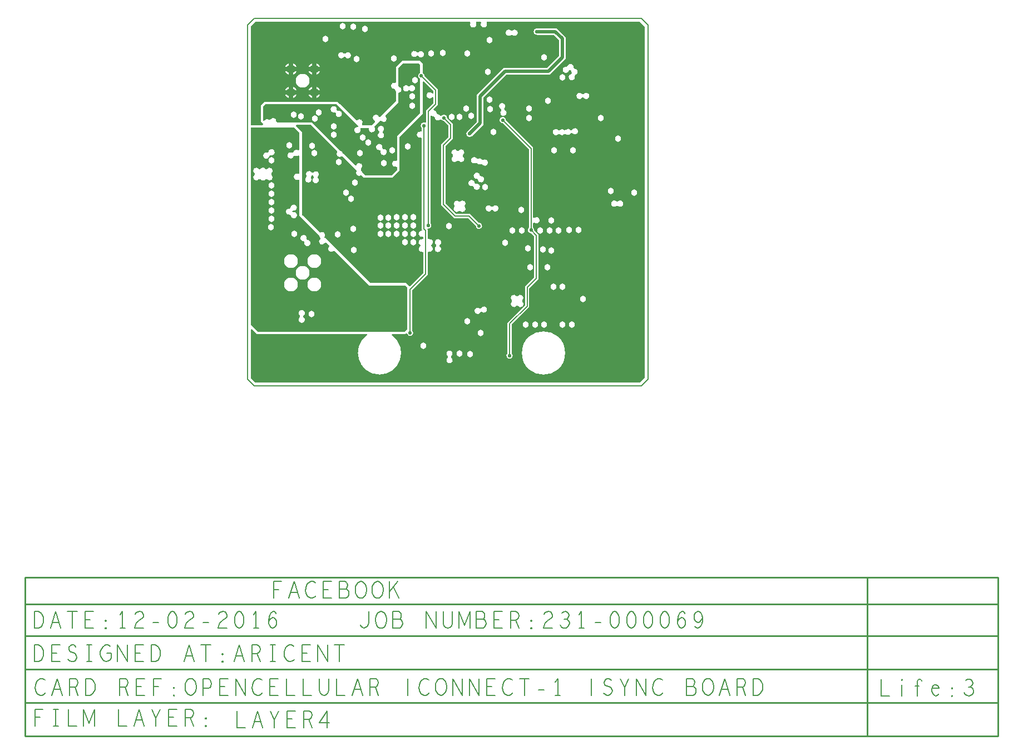
<source format=gbr>
G04 ================== begin FILE IDENTIFICATION RECORD ==================*
G04 Layout Name:  Fb_Connect1_SYNC_Life-3.brd*
G04 Film Name:    L4S.gbr*
G04 File Format:  Gerber RS274X*
G04 File Origin:  Cadence Allegro 16.6-2015-S065*
G04 Origin Date:  Fri Dec 02 18:28:17 2016*
G04 *
G04 Layer:  VIA CLASS/SIG2*
G04 Layer:  PIN/SIG2*
G04 Layer:  ETCH/SIG2*
G04 Layer:  DRAWING FORMAT/L4*
G04 Layer:  DRAWING FORMAT/FILM_LABEL_OUTLINE*
G04 Layer:  BOARD GEOMETRY/OUTLINE*
G04 *
G04 Offset:    (0.000 0.000)*
G04 Mirror:    No*
G04 Mode:      Positive*
G04 Rotation:  0*
G04 FullContactRelief:  No*
G04 UndefLineWidth:     6.000*
G04 ================== end FILE IDENTIFICATION RECORD ====================*
%FSLAX25Y25*MOIN*%
%IR0*IPPOS*OFA0.00000B0.00000*MIA0B0*SFA1.00000B1.00000*%
%ADD12C,.314961*%
%ADD10C,.022*%
%ADD11C,.053*%
%ADD13C,.0056*%
%ADD14C,.01*%
%ADD15C,.02*%
%ADD16C,.025*%
%ADD17C,.006*%
%ADD21C,.258666*%
%ADD18C,.073004*%
%ADD20C,.038004*%
%ADD19C,.083004*%
G75*
%LPD*%
G75*
G36*
G01X4829Y2000D02*
X2000Y4829D01*
Y33612D01*
G02X2683Y33895I400J0D01*
G01X5579Y31000D01*
X71499D01*
G02X71730Y30274I0J-400D01*
G03X86706I7488J-10545D01*
G02X86937Y31000I232J326D01*
G01X94621D01*
X95078Y31456D01*
G02X95750Y31265I283J-283D01*
G03X98880Y33104I1850J435D01*
G01Y57270D01*
X108180Y66570D01*
Y79915D01*
G02X108705Y80295I400J0D01*
G03X110279Y83729I595J1805D01*
G02X110296Y84424I206J343D01*
G03X108723Y87875I-896J1676D01*
G02X108180Y88249I-143J374D01*
G01Y93530D01*
X107758Y93952D01*
X107973Y94168D01*
X108077Y94149D01*
G03X109699Y97423I342J1869D01*
G01Y161449D01*
G02X110377Y161736I400J0D01*
G03X111867Y161207I1323J1364D01*
G02X112302Y160790I35J-398D01*
G03X115622Y159439I1898J-90D01*
G02X116248Y159404I299J-265D01*
G03X117806Y158600I1552J1096D01*
G01X117889Y158600D01*
X120620Y155870D01*
Y149030D01*
X116120Y144530D01*
Y108270D01*
X123870Y100520D01*
X132319D01*
X136931Y95908D01*
X136930Y95825D01*
G03X138824Y97719I1900J-6D01*
G01X138741Y97718D01*
X133380Y103080D01*
X124930D01*
X118680Y109330D01*
Y143470D01*
X123180Y147970D01*
Y156930D01*
X119700Y160411D01*
X119700Y160494D01*
G03X116378Y161761I-1900J6D01*
G02X115752Y161796I-299J265D01*
G03X114033Y162593I-1552J-1096D01*
G02X113598Y163010I-35J398D01*
G03X111762Y164999I-1898J90D01*
G02X111492Y165682I13J400D01*
G01X114080Y168270D01*
Y177630D01*
X106200Y185511D01*
X106200Y185594D01*
G03X105100Y187324I-1900J6D01*
G01Y193121D01*
X103521Y194700D01*
X92739D01*
X89060Y191021D01*
Y181771D01*
G02X88528Y181394I-400J0D01*
G03X88148Y177716I-628J-1794D01*
G02X88600Y177316I52J-397D01*
G03X89060Y176060I1900J-16D01*
G01Y170381D01*
X79601Y160923D01*
G02X78940Y161075I-283J283D01*
G03X76525Y158660I-1797J-619D01*
G02X76677Y157999I-130J-378D01*
G01X74679Y156000D01*
X69025D01*
G02X68708Y156644I0J400D01*
G03X65771Y159053I-1508J1156D01*
G02X65188Y159034I-301J264D01*
G01X54021Y170200D01*
X10179D01*
X8000Y168021D01*
Y158279D01*
X9495Y156783D01*
G02X9212Y156100I-283J-283D01*
G01X2000D01*
Y215171D01*
X4829Y218000D01*
X133402D01*
G02X133744Y217391I0J-400D01*
G03X136986I1621J-991D01*
G02X137328Y218000I341J209D01*
G01X139783D01*
G02X140125Y217391I0J-400D01*
G03X143367I1621J-991D01*
G02X143709Y218000I341J209D01*
G01X235171D01*
X238000Y215171D01*
Y4829D01*
X235171Y2000D01*
X4829D01*
G37*
G36*
G01X31250Y127246D02*
G02X30667Y126891I-400J0D01*
G03Y123509I-867J-1691D01*
G02X31250Y123154I183J-356D01*
G01Y101900D01*
X42867Y90283D01*
X42871Y90206D01*
G03X43766Y88686I1898J94D01*
G02X43771Y88010I-211J-340D01*
G03X46585Y85761I1029J-1598D01*
G02X47244Y85906I376J-137D01*
G01X49036Y84114D01*
G02X49017Y83530I-283J-283D01*
G03X51698Y80848I1251J-1430D01*
G02X52282Y80868I301J-263D01*
G01X73050Y60100D01*
X94700D01*
X95700Y59100D01*
Y34200D01*
X94000Y32500D01*
X6200D01*
X2100Y36600D01*
Y154600D01*
X28000D01*
X31250Y151350D01*
Y141362D01*
G02X30615Y141038I-400J0D01*
G03X27634Y139860I-1115J-1539D01*
G02X27026Y139600I-393J76D01*
G03X27866Y137640I-1026J-1600D01*
G02X28474Y137900I393J-76D01*
G03X30615Y137962I1026J1600D01*
G02X31250Y137638I235J-324D01*
G01Y127246D01*
G37*
G36*
G01X70530Y126070D02*
X69002Y127598D01*
X68999Y127676D01*
G03X68039Y129252I-1899J-76D01*
G02Y129948I198J348D01*
G03X65282Y132151I-939J1652D01*
G02X64616Y131984I-383J116D01*
G01X57261Y139339D01*
X57248Y139394D01*
G03X55844Y140798I-1848J-444D01*
G01X55789Y140811D01*
X38800Y157800D01*
X17781D01*
G02X17384Y158252I0J400D01*
G03X13823Y159394I-1884J248D01*
G02X13192Y159295I-353J188D01*
G03X10225Y158886I-1323J-1364D01*
G02X9596Y158804I-346J201D01*
G01X9500Y158900D01*
Y167400D01*
X10800Y168700D01*
X53400D01*
X66421Y155679D01*
G02X66114Y154997I-283J-283D01*
G03X67711Y153926I-114J-1897D01*
G02X68071Y154500I360J174D01*
G01X72435D01*
G02X72829Y154030I0J-400D01*
G03X76081Y155006I1871J-330D01*
G02X76084Y155284I145J137D01*
G01X79546Y158746D01*
G02X80154Y158695I283J-283D01*
G03X82805Y161346I1546J1105D01*
G02X82754Y161954I233J325D01*
G01X90560Y169760D01*
Y175393D01*
X90735Y175414D01*
G03Y179186I-235J1886D01*
G01X90560Y179207D01*
Y190400D01*
X93360Y193200D01*
X102900D01*
X103600Y192500D01*
Y187367D01*
G03Y183833I700J-1767D01*
G01Y163480D01*
X89800Y149680D01*
Y135117D01*
G02X89244Y134749I-400J0D01*
G03Y131251I-743J-1749D01*
G02X89800Y130883I157J-368D01*
G01Y129500D01*
X86370Y126070D01*
X70530D01*
G37*
G36*
G01X97200Y59694D02*
Y59721D01*
X95321Y61600D01*
X73671D01*
X46215Y89056D01*
X46314Y89194D01*
G03X43530Y91741I-1545J1106D01*
G01X32750Y102521D01*
Y151971D01*
X29105Y155617D01*
G02X29388Y156300I283J283D01*
G01X38179D01*
X54115Y140363D01*
X53988Y140222D01*
G03X56672Y137538I1412J-1272D01*
G01X56813Y137665D01*
X65645Y128834D01*
X65548Y128696D01*
G03X68196Y126048I1552J-1096D01*
G01X68334Y126145D01*
X69909Y124570D01*
X86991D01*
X91300Y128879D01*
Y149059D01*
X105100Y162859D01*
Y182024D01*
G02X105783Y182307I400J0D01*
G01X111520Y176570D01*
Y175407D01*
G02X110803Y175162I-400J0D01*
G03Y172838I-1503J-1162D01*
G02X111520Y172593I316J-245D01*
G01Y169330D01*
X107138Y164949D01*
Y157920D01*
G02X106575Y157555I-400J0D01*
G03X104520Y154416I-775J-1735D01*
G01Y152641D01*
G02X103991Y152262I-400J0D01*
G03Y148662I-609J-1800D01*
G02X104520Y148284I128J-379D01*
G01Y93570D01*
X104904Y93185D01*
X104699Y92979D01*
X104608Y92986D01*
G03X105091Y89292I-131J-1896D01*
G02X105620Y88913I129J-379D01*
G01Y88267D01*
G02X105091Y87888I-400J0D01*
G03X103659Y84374I-614J-1798D01*
G02X103681Y83663I-172J-361D01*
G03X105112Y80170I919J-1663D01*
G02X105620Y79785I108J-385D01*
G01Y67630D01*
X97542Y59552D01*
G02X97200Y59694I-141J141D01*
G37*
%LPC*%
G75*
G36*
G01X141520Y172562D02*
Y156392D01*
X134614Y149486D01*
G02X131786Y152314I-1414J1414D01*
G01X137520Y158048D01*
Y174218D01*
X153722Y190420D01*
X179522D01*
X186780Y197678D01*
Y207072D01*
X183732Y210120D01*
X173531D01*
G02Y214120I0J2000D01*
G01X185388D01*
X190780Y208728D01*
Y196022D01*
X181179Y186420D01*
X155379D01*
X141520Y172562D01*
G37*
G36*
G01X158754Y210167D02*
G03X158146I-304J-260D01*
G02Y212633I-1446J1233D01*
G03X158754I304J260D01*
G02Y210167I1446J-1233D01*
G37*
G36*
G01X196494Y186141D02*
G03X196211Y185590I83J-391D01*
G02X194074Y186690I-1742J-759D01*
G03X194358Y187241I-83J391D01*
G02X194267Y188501I1742J759D01*
G03X193850Y189006I-386J106D01*
G02X193236Y189057I-150J1894D01*
G03X192749Y188762I-98J-388D01*
G02X191364Y191043I-1849J438D01*
G03X191851Y191338I98J388D01*
G02X195533Y190399I1849J-438D01*
G03X195950Y189894I386J-106D01*
G02X196494Y186141I150J-1894D01*
G37*
G36*
G01X140705Y135417D02*
G03X141261Y135295I338J214D01*
G02X140688Y132683I1033J-1595D01*
G03X140133Y132805I-338J-214D01*
G02X137505Y133367I-1033J1595D01*
G03X136958Y133489I-336J-217D01*
G02X137545Y136133I-1007J1611D01*
G03X138093Y136011I336J217D01*
G02X140705Y135417I1007J-1611D01*
G37*
G36*
G01X139419Y125959D02*
G03X139849Y125594I399J34D01*
G02X138106Y123541I151J-1894D01*
G03X137676Y123906I-399J-34D01*
G02X139419Y125959I-151J1894D01*
G37*
G36*
G01X221966Y107867D02*
G03X221358I-304J-260D01*
G02Y110333I-1446J1233D01*
G03X221966I304J260D01*
G02Y107867I1446J-1233D01*
G37*
G36*
G01X127496Y104720D02*
G03X126904I-296J-269D01*
G02X124102Y107287I-1404J1280D01*
G03X124120Y107809I-294J271D01*
G02X126923Y110364I1480J1191D01*
G03X127497Y110381I278J287D01*
G02X130304Y107820I1403J-1281D01*
G03Y107280I296J-269D01*
G02X127496Y104720I-1404J-1280D01*
G37*
G36*
G01X140453Y44322D02*
G03X139806Y44191I-279J-287D01*
G02X139380Y46290I-1751J738D01*
G03X140028Y46422I279J287D01*
G02X140453Y44322I1751J-738D01*
G37*
G36*
G01X102457Y199565D02*
G02X102357Y197600I1574J-1065D01*
G03X101674Y197635I-352J-189D01*
G02X101774Y199600I-1574J1065D01*
G03X102457Y199565I352J189D01*
G37*
G36*
G01X58671Y198879D02*
G02X58624Y197004I1629J-979D01*
G03X57929Y197021I-353J-189D01*
G02X57976Y198896I-1629J979D01*
G03X58671Y198879I353J189D01*
G37*
G36*
G01X200752Y172661D02*
G02Y174539I-1652J939D01*
G03X201448I348J198D01*
G02Y172661I1652J-939D01*
G03X200752I-348J-198D01*
G37*
G36*
G01X154082Y165309D02*
G02X152289Y164964I-582J-1809D01*
G03X152156Y165653I-255J308D01*
G02X153949Y165998I582J1809D01*
G03X154082Y165309I255J-308D01*
G37*
G36*
G01X186428Y150771D02*
G02Y153029I-1528J1129D01*
G03X187072I322J238D01*
G02X190022Y153161I1528J-1129D01*
G03X190648Y153196I299J265D01*
G02X193831Y153074I1552J-1096D01*
G03X194544Y153127I343J205D01*
G02X194669Y151426I1756J-727D01*
G03X193956Y151373I-343J-205D01*
G02X190778Y150839I-1756J727D01*
G03X190152Y150804I-299J-265D01*
G02X187072Y150771I-1552J1096D01*
G03X186428I-322J-238D01*
G37*
G36*
G01X125852Y134861D02*
G02X123261Y137452I-1652J939D01*
G03Y138148I-198J348D01*
G02X125852Y140739I939J1652D01*
G03X126548I348J198D01*
G02X129139Y138148I1652J-939D01*
G03Y137452I198J-348D01*
G02X126548Y134861I-939J-1652D01*
G03X125852I-348J-198D01*
G37*
G36*
G01X136823Y120966D02*
G02X135626Y119252I702J-1766D01*
G03X135078Y119634I-400J11D01*
G02X136275Y121348I-702J1766D01*
G03X136823Y120966I400J-11D01*
G37*
G36*
G01X146321Y105361D02*
G02Y107239I-1652J939D01*
G03X147016I348J198D01*
G02Y105361I1652J-939D01*
G03X146321I-348J-198D01*
G37*
G36*
G01X115179Y83629D02*
G02X113304Y83676I-979J-1629D01*
G03X113321Y84371I-189J353D01*
G02X115196Y84324I979J1629D01*
G03X115179Y83629I189J-353D01*
G37*
G36*
G01X161379Y47992D02*
G02X158612Y50507I-1611J1008D01*
G03X158600Y51151I-244J317D01*
G02X161311Y53708I1100J1549D01*
G03X161989I339J212D01*
G02X164757Y51193I1611J-1008D01*
G03X164769Y50549I244J-317D01*
G02X162058Y47992I-1100J-1549D01*
G03X161379I-339J-212D01*
G37*
G36*
G01X158438Y19494D02*
G02X155878I-1280J-1404D01*
G01Y37789D01*
X166420Y48330D01*
Y59430D01*
X171920Y64930D01*
Y89600D01*
X170120Y91400D01*
X170037Y91400D01*
G02X168751Y94704I-6J1900D01*
G01Y141639D01*
X153189Y157200D01*
X153106Y157200D01*
G02X155000Y159094I-6J1900D01*
G01X155000Y159011D01*
X171311Y142700D01*
Y100787D01*
G03X171987Y100498I400J0D01*
G02Y97750I1313J-1374D01*
G03X171311Y97461I-276J-289D01*
G01Y94704D01*
G02X171931Y93294I-1280J-1404D01*
G01X171931Y93211D01*
X174480Y90661D01*
Y63870D01*
X168980Y58370D01*
Y47270D01*
X158438Y36728D01*
Y19494D01*
G37*
G36*
G01X122163Y17014D02*
G02X120190I-987J-1624D01*
G03Y17697I-208J342D01*
G02X122163I987J1624D01*
G03Y17014I208J-342D01*
G37*
G36*
G01X33539Y41252D02*
G02X31661I-939J-1652D01*
G03Y41948I-198J348D01*
G02X33539I939J1652D01*
G03Y41252I198J-348D01*
G37*
G36*
G01X7052Y123861D02*
G02X4461Y126452I-1652J939D01*
G03Y127148I-198J348D01*
G02X7052Y129739I939J1652D01*
G03X7748I348J198D01*
G02X11052I1652J-939D01*
G03X11748I348J198D01*
G02X14339Y127148I1652J-939D01*
G03Y126452I198J-348D01*
G02X11748Y123861I-939J-1652D01*
G03X11052I-348J-198D01*
G02X7748I-1652J939D01*
G03X7052I-348J-198D01*
G37*
G36*
G01X35587Y87948D02*
G03X35975Y87432I383J-116D01*
G02X34182Y86084I25J-1900D01*
G03X33794Y86600I-383J116D01*
G02X35587Y87948I-25J1900D01*
G37*
G36*
G01X26001Y102125D02*
G03X25480Y102490I-400J-16D01*
G02X25401Y106133I-580J1810D01*
G03X25906Y106550I106J386D01*
G02X27299Y104867I1894J150D01*
G03X26794Y104450I-106J-386D01*
G02X26799Y104375I-1894J-149D01*
G03X27320Y104010I400J16D01*
G02X26001Y102125I580J-1810D01*
G37*
G36*
G01X13818Y138141D02*
G03X13267Y137788I-151J-370D01*
G02X12088Y139627I-1898J81D01*
G03X12638Y139981I151J370D01*
G02X13818Y138141I1898J-81D01*
G37*
G36*
G01X97290Y176927D02*
G03X96681Y176909I-297J-268D01*
G02X96610Y179373I-1481J1191D01*
G03X97219Y179391I297J268D01*
G02X97290Y176927I1481J-1191D01*
G37*
G36*
G01X81219Y152310D02*
G03X81224Y151658I234J-324D01*
G02X79023Y151640I-1088J-1558D01*
G03X79017Y152292I-234J324D01*
G02X81219Y152310I1088J1558D01*
G37*
G36*
G01X54129Y164630D02*
G02X52996Y163381I696J-1768D01*
G03X52465Y163862I-385J109D01*
G02X53598Y165111I-696J1768D01*
G03X54129Y164630I385J-109D01*
G37*
G36*
G01X81324Y141863D02*
G02X79902Y140616I376J-1863D01*
G03X79445Y141137I-378J130D01*
G02X80866Y142384I-376J1863D01*
G03X81324Y141863I378J-130D01*
G37*
G36*
G01X42273Y124610D02*
G02X39809Y124681I-1273J-1410D01*
G03X39827Y125290I-251J312D01*
G02X39386Y125881I1273J1410D01*
G03X38673Y125898I-361J-172D01*
G02X38180Y125310I-1673J902D01*
G03X38110Y124754I248J-314D01*
G02X35420Y125090I-1510J-1154D01*
G03X35490Y125646I-248J314D01*
G02X38714Y127619I1510J1154D01*
G03X39428Y127602I361J172D01*
G02X42291Y125219I1673J-902D01*
G03X42273Y124610I251J-312D01*
G37*
G54D21*
X177643Y19728D03*
G54D18*
X26061Y175850D03*
Y189865D03*
X40076Y175850D03*
Y189865D03*
G54D20*
X46800Y207800D03*
X57224Y215224D03*
X65600Y195600D03*
X70500Y213600D03*
X63550Y215000D03*
X87900Y195900D03*
X105434Y23965D03*
X120831Y95818D03*
X122600Y161200D03*
X117100Y199400D03*
X110300Y198900D03*
X127177Y19321D03*
X139911Y31624D03*
X133377Y18990D03*
X131777Y38790D03*
X142400Y119200D03*
X127200Y161200D03*
X131100Y166000D03*
X134000Y161800D03*
X131950Y198900D03*
X158931Y93000D03*
X154532Y85732D03*
X145481Y165600D03*
X147631Y151931D03*
X145000Y171300D03*
X144200Y188100D03*
X145200Y207068D03*
X172468Y36700D03*
X166968D03*
X168100Y82450D03*
X177130Y81600D03*
X169453Y70947D03*
X175531Y93000D03*
X164431D03*
X164031Y105506D03*
X168957Y160247D03*
Y166153D03*
X188968Y36700D03*
X177968D03*
X188700Y59300D03*
X183500Y59500D03*
X182248Y81052D03*
X179689Y70911D03*
X186531Y93000D03*
X181031D03*
X192731Y93300D03*
X182200Y99124D03*
X183968Y140988D03*
X180000Y170612D03*
X188968Y184670D03*
X177831Y196631D03*
X194468Y36700D03*
X201300Y51900D03*
X198331Y93300D03*
X195190Y140988D03*
X217772Y116800D03*
X222200Y147900D03*
X211980Y160247D03*
X231811Y115689D03*
X25300Y143950D03*
X28047Y91100D03*
X14537Y134900D03*
Y119900D03*
Y114900D03*
Y109900D03*
Y104900D03*
X14300Y95132D03*
X14537Y99900D03*
X38500Y42900D03*
X32000Y161500D03*
X40500Y160000D03*
X27724Y162500D03*
X51900Y150300D03*
X42717Y163783D03*
X51900Y155300D03*
X69300Y148800D03*
X72605Y145850D03*
X67650Y139350D03*
X81700Y133400D03*
X86700Y141100D03*
X98700Y173350D03*
Y167700D03*
X100500Y183050D03*
X40000Y139500D03*
X38800Y143800D03*
X54100Y90700D03*
X54950Y133950D03*
X63700Y81500D03*
X63400Y93950D03*
X59300Y115753D03*
X62005Y112125D03*
X64400Y121600D03*
X79977Y95890D03*
X84477Y91190D03*
X79977D03*
X89477D03*
Y96190D03*
X84477Y95890D03*
X79977Y100590D03*
X89477Y100890D03*
X84477Y100590D03*
X94377Y86190D03*
X99477Y91190D03*
X94477D03*
X99477Y96190D03*
X94477D03*
X99577Y86190D03*
X94477Y100890D03*
X99477D03*
X96235Y143235D03*
G54D19*
X33068Y182858D03*
X40076Y74550D03*
X33068Y67542D03*
X40076Y60535D03*
X26061Y74550D03*
Y60535D03*
%LPD*%
G75*
G54D10*
X5200Y150100D03*
Y146100D03*
Y142100D03*
X13500Y148600D03*
X9200Y150100D03*
Y146100D03*
Y142100D03*
X20500Y161000D03*
X38527Y13808D03*
X40968Y110300D03*
Y115300D03*
X37968Y112800D03*
X37000Y138000D03*
X40500Y150900D03*
X36217Y155402D03*
X49527Y13803D03*
X51140Y104870D03*
X53700Y102500D03*
X51700Y131450D03*
X55737Y125316D03*
X52050Y126450D03*
X51050Y141450D03*
X51750Y136450D03*
X50250Y178660D03*
X56220Y178560D03*
X54824Y174476D03*
X57800Y187230D03*
X50501Y190500D03*
X73700Y94100D03*
X68300Y93800D03*
X65900Y112300D03*
X69800Y116200D03*
X70800Y160800D03*
X75700Y172800D03*
X70860Y178810D03*
X75705Y178905D03*
X65038Y190500D03*
X75370Y187320D03*
X89377Y42090D03*
X85377D03*
X81377D03*
X77377D03*
X89377Y38090D03*
X85377D03*
X81377D03*
X77377D03*
X88877Y66064D03*
X83677Y65990D03*
X78877Y66090D03*
X84200Y121200D03*
X80000Y117200D03*
X77300Y130400D03*
Y138400D03*
Y134400D03*
X89000Y156800D03*
X81739Y182858D03*
X86600Y175900D03*
X86950Y169550D03*
X90300Y201100D03*
X76320Y191050D03*
X86500Y193000D03*
X77000Y195600D03*
X86515Y189985D03*
X87600Y209300D03*
X81739Y213000D03*
X100677Y22321D03*
X104868Y27900D03*
X97600Y31700D03*
X103268Y37183D03*
X93377Y42090D03*
Y38090D03*
X94468Y66000D03*
X108177Y52743D03*
X104577Y69037D03*
X108418Y96018D03*
X100518Y143999D03*
X98600Y154850D03*
X105800Y155820D03*
X97000Y184200D03*
X107200Y199900D03*
X96210Y201180D03*
X97000Y187600D03*
X104300Y185600D03*
X108300Y210200D03*
X93446Y211368D03*
X104500Y210300D03*
X99487Y210187D03*
X115679Y10340D03*
X119877Y30258D03*
X123900Y41300D03*
X119500Y38200D03*
X123600Y38300D03*
X119500Y41200D03*
X112588Y48899D03*
X116076Y52857D03*
X126415Y53390D03*
X114831Y95792D03*
X119250Y151200D03*
X115250D03*
X111250D03*
X117800Y160500D03*
X121000Y169800D03*
X117500Y173300D03*
X124500D03*
X117500Y169800D03*
X124500D03*
X121000Y173300D03*
X113500Y199500D03*
X120631D03*
X112900Y210100D03*
X121600Y210200D03*
X124665D03*
X118250Y210150D03*
X129327Y50290D03*
X138027Y50643D03*
X126868Y95792D03*
X132468D03*
X138831Y95818D03*
X135100Y107700D03*
X127831Y119000D03*
X133800Y124900D03*
X131500Y119400D03*
X127100Y151400D03*
X133200Y150900D03*
X135100Y200060D03*
X139600Y198700D03*
X138400Y209600D03*
X147045Y27190D03*
X157158Y18090D03*
X147930Y33000D03*
X144668Y95792D03*
X152131D03*
X156100Y95600D03*
X143800Y125400D03*
X147831Y119000D03*
X152931Y141288D03*
X145481Y159950D03*
X145600Y155600D03*
X150200Y155300D03*
X153100Y159100D03*
X147300Y198300D03*
X149062Y195738D03*
X145720Y216400D03*
X149505D03*
X153305D03*
X163600Y29900D03*
X160968Y36700D03*
X160668Y63400D03*
X170031Y93300D03*
X168957Y154247D03*
X167600Y172900D03*
X171768Y195738D03*
X162336D03*
X167397Y211200D03*
X173531Y212120D03*
X183468Y36700D03*
X192484Y71016D03*
X189468Y140988D03*
X193668Y165800D03*
X186668D03*
X190268Y163200D03*
X193668Y160800D03*
X186668D03*
X182831Y173000D03*
X193713Y197813D03*
X182887D03*
X193713Y215587D03*
X182887D03*
X208700Y52000D03*
X207825Y55675D03*
X204280Y93162D03*
X201800Y140900D03*
X200190Y185012D03*
X222000Y76000D03*
X223331Y68331D03*
X219000Y98300D03*
X215789Y106211D03*
X226742Y129958D03*
X211869Y138532D03*
X211980Y166153D03*
X212000Y153200D03*
X223080Y155890D03*
G54D11*
X26061Y175850D03*
Y189865D03*
X40076Y175850D03*
Y189865D03*
G54D12*
X218400Y21600D03*
Y198400D03*
G54D13*
G01X97600Y31700D02*
Y57800D01*
X106900Y67100D01*
Y93000D01*
X105800Y94100D01*
Y155820D01*
G01X108418Y96018D02*
Y164418D01*
X112800Y168800D01*
Y177100D01*
X104300Y185600D01*
G01X138831Y95818D02*
X132849Y101800D01*
X124400D01*
X117400Y108800D01*
Y144000D01*
X121900Y148500D01*
Y156400D01*
X117800Y160500D01*
G01X170031Y93300D02*
X173200Y90131D01*
Y64400D01*
X167700Y58900D01*
Y47800D01*
X157158Y37258D01*
Y18090D01*
G01X170031Y93300D02*
Y142169D01*
X153100Y159100D01*
G54D14*
G01X-133069Y-114500D02*
X371600D01*
Y-209700D01*
X-133069D01*
G01Y-114500D02*
Y-209700D01*
G01Y-189700D02*
X449900D01*
G01X-133069Y-169700D02*
X449900D01*
G01X-133069Y-149700D02*
X449900D01*
G01X-133069Y-130500D02*
X449900D01*
G01X371600Y-114500D02*
X449900D01*
Y-209700D01*
X371600D01*
G54D15*
G01X133200Y150900D02*
X139520Y157220D01*
Y173390D01*
X154550Y188420D01*
X180350D01*
X188780Y196850D01*
Y207900D01*
X184560Y212120D01*
X173531D01*
G54D16*
G01X22210Y175850D02*
X26061D01*
G01X22210Y189865D02*
X26061D01*
G01X40076Y171999D02*
Y175850D01*
G01D02*
Y179700D01*
G01X36226Y175850D02*
X40076D01*
G01D02*
X43927D01*
G01X26061Y171999D02*
Y175850D01*
G01D02*
Y179700D01*
G01Y175850D02*
X29911D01*
G01X40076Y186015D02*
Y189865D01*
G01D02*
Y193716D01*
G01X36226Y189865D02*
X40076D01*
G01D02*
X43927D01*
G01X26061Y186015D02*
Y189865D01*
G01D02*
Y193716D01*
G01Y189865D02*
X29911D01*
G54D17*
G01X-127194Y-203500D02*
Y-193500D01*
X-122444D01*
G01X-124194Y-198333D02*
X-127194D01*
G01X-116319Y-193500D02*
X-113320D01*
G01X-114819D02*
Y-203500D01*
G01X-116319D02*
X-113320D01*
G01X-107319Y-193500D02*
Y-203500D01*
X-102319D01*
G01X-98069D02*
Y-193500D01*
X-94819Y-201833D01*
X-91569Y-193500D01*
Y-203500D01*
G01X-77319Y-193500D02*
Y-203500D01*
X-72319D01*
G01X-67944D02*
X-64819Y-193500D01*
X-61694Y-203500D01*
G01X-62819Y-200000D02*
X-66819D01*
G01X-54819Y-203500D02*
Y-199000D01*
X-57319Y-193500D01*
G01X-52319D02*
X-54819Y-199000D01*
G01X-42319Y-203500D02*
X-47319D01*
Y-193500D01*
X-42319D01*
G01X-44319Y-198333D02*
X-47319D01*
G01X-37319Y-203500D02*
Y-193500D01*
X-34194D01*
X-33194Y-194000D01*
X-32569Y-194667D01*
X-32319Y-196000D01*
X-32569Y-197333D01*
X-33319Y-198167D01*
X-34194Y-198667D01*
X-37319D01*
G01X-34194D02*
X-32319Y-203500D01*
G01X-24819Y-203833D02*
X-25069Y-203667D01*
Y-203333D01*
X-24819Y-203167D01*
X-24569Y-203333D01*
Y-203667D01*
X-24819Y-203833D01*
G01Y-199334D02*
X-25069Y-199167D01*
Y-198833D01*
X-24819Y-198667D01*
X-24569Y-198833D01*
Y-199167D01*
X-24819Y-199334D01*
G01X-127569Y-165000D02*
Y-155000D01*
X-125069D01*
X-124069Y-155500D01*
X-123319Y-156167D01*
X-122694Y-157166D01*
X-122194Y-158334D01*
X-122069Y-160000D01*
X-122194Y-161667D01*
X-122694Y-162834D01*
X-123319Y-163834D01*
X-124069Y-164500D01*
X-125069Y-165000D01*
X-127569D01*
G01X-112319D02*
X-117319D01*
Y-155000D01*
X-112319D01*
G01X-114319Y-159833D02*
X-117319D01*
G01X-107444Y-163667D02*
X-106444Y-164500D01*
X-105319Y-165000D01*
X-104319D01*
X-103319Y-164500D01*
X-102569Y-163667D01*
X-102194Y-162500D01*
X-102444Y-161334D01*
X-103069Y-160333D01*
X-104194Y-159667D01*
X-105694Y-159333D01*
X-106569Y-158667D01*
X-106944Y-157500D01*
X-106694Y-156333D01*
X-106069Y-155500D01*
X-105194Y-155000D01*
X-104319D01*
X-103444Y-155333D01*
X-102694Y-156167D01*
G01X-96319Y-155000D02*
X-93320D01*
G01X-94819D02*
Y-165000D01*
G01X-96319D02*
X-93320D01*
G01X-84069Y-160000D02*
X-81569D01*
Y-163000D01*
X-82319Y-164000D01*
X-83194Y-164667D01*
X-84444Y-165000D01*
X-85694Y-164667D01*
X-86569Y-164000D01*
X-87319Y-163000D01*
X-87820Y-161833D01*
X-88069Y-160500D01*
Y-159333D01*
X-87820Y-158334D01*
X-87319Y-157166D01*
X-86569Y-156167D01*
X-85819Y-155500D01*
X-84819Y-155000D01*
X-83944D01*
X-82944Y-155333D01*
X-82194Y-156000D01*
G01X-77694Y-165000D02*
Y-155000D01*
X-71944Y-165000D01*
Y-155000D01*
G01X-62319Y-165000D02*
X-67319D01*
Y-155000D01*
X-62319D01*
G01X-64319Y-159833D02*
X-67319D01*
G01X-57569Y-165000D02*
Y-155000D01*
X-55069D01*
X-54069Y-155500D01*
X-53319Y-156167D01*
X-52694Y-157166D01*
X-52194Y-158334D01*
X-52069Y-160000D01*
X-52194Y-161667D01*
X-52694Y-162834D01*
X-53319Y-163834D01*
X-54069Y-164500D01*
X-55069Y-165000D01*
X-57569D01*
G01X-37944D02*
X-34819Y-155000D01*
X-31694Y-165000D01*
G01X-32819Y-161500D02*
X-36819D01*
G01X-24819Y-155000D02*
Y-165000D01*
G01X-27694Y-155000D02*
X-21944D01*
G01X-14819Y-165333D02*
X-15069Y-165167D01*
Y-164833D01*
X-14819Y-164667D01*
X-14569Y-164833D01*
Y-165167D01*
X-14819Y-165333D01*
G01Y-160834D02*
X-15069Y-160667D01*
Y-160333D01*
X-14819Y-160167D01*
X-14569Y-160333D01*
Y-160667D01*
X-14819Y-160834D01*
G01X-7944Y-165000D02*
X-4819Y-155000D01*
X-1694Y-165000D01*
G01X-2819Y-161500D02*
X-6819D01*
G01X2681Y-165000D02*
Y-155000D01*
X5806D01*
X6806Y-155500D01*
X7431Y-156167D01*
X7681Y-157500D01*
X7431Y-158833D01*
X6681Y-159667D01*
X5806Y-160167D01*
X2681D01*
G01X5806D02*
X7681Y-165000D01*
G01X13681Y-155000D02*
X16680D01*
G01X15181D02*
Y-165000D01*
G01X13681D02*
X16680D01*
G01X27931Y-155834D02*
X27181Y-155333D01*
X26306Y-155000D01*
X25306D01*
X24181Y-155500D01*
X23306Y-156333D01*
X22681Y-157333D01*
X22180Y-159000D01*
X22056Y-160500D01*
X22306Y-162000D01*
X22681Y-163000D01*
X23431Y-164000D01*
X24306Y-164667D01*
X25181Y-165000D01*
X26056D01*
X26931Y-164667D01*
X27681Y-164167D01*
X28306Y-163500D01*
G01X37681Y-165000D02*
X32681D01*
Y-155000D01*
X37681D01*
G01X35681Y-159833D02*
X32681D01*
G01X42306Y-165000D02*
Y-155000D01*
X48056Y-165000D01*
Y-155000D01*
G01X55181D02*
Y-165000D01*
G01X52306Y-155000D02*
X58056D01*
G01X-127569Y-145000D02*
Y-135000D01*
X-125069D01*
X-124069Y-135500D01*
X-123319Y-136167D01*
X-122694Y-137166D01*
X-122194Y-138334D01*
X-122069Y-140000D01*
X-122194Y-141667D01*
X-122694Y-142834D01*
X-123319Y-143834D01*
X-124069Y-144500D01*
X-125069Y-145000D01*
X-127569D01*
G01X-117944D02*
X-114819Y-135000D01*
X-111694Y-145000D01*
G01X-112819Y-141500D02*
X-116819D01*
G01X-104819Y-135000D02*
Y-145000D01*
G01X-107694Y-135000D02*
X-101944D01*
G01X-92319Y-145000D02*
X-97319D01*
Y-135000D01*
X-92319D01*
G01X-94319Y-139833D02*
X-97319D01*
G01X-84819Y-145333D02*
X-85069Y-145167D01*
Y-144833D01*
X-84819Y-144667D01*
X-84569Y-144833D01*
Y-145167D01*
X-84819Y-145333D01*
G01Y-140834D02*
X-85069Y-140667D01*
Y-140333D01*
X-84819Y-140167D01*
X-84569Y-140333D01*
Y-140667D01*
X-84819Y-140834D01*
G01X-74819Y-145000D02*
Y-135000D01*
X-76319Y-137000D01*
G01Y-145000D02*
X-73320D01*
G01X-67194Y-136667D02*
X-66444Y-135667D01*
X-65569Y-135167D01*
X-64569Y-135000D01*
X-63319Y-135333D01*
X-62444Y-136167D01*
X-62194Y-137166D01*
X-62319Y-138167D01*
X-62819Y-139000D01*
X-65319Y-140667D01*
X-66444Y-141833D01*
X-67194Y-143500D01*
X-67444Y-145000D01*
X-62194D01*
G01X-56444Y-141667D02*
X-53194D01*
G01X-44819Y-135000D02*
X-45819Y-135333D01*
X-46569Y-136167D01*
X-47069Y-137166D01*
X-47444Y-138500D01*
X-47569Y-140000D01*
X-47444Y-141500D01*
X-47069Y-142834D01*
X-46569Y-143834D01*
X-45819Y-144667D01*
X-44819Y-145000D01*
X-43819Y-144667D01*
X-43069Y-143834D01*
X-42569Y-142834D01*
X-42194Y-141500D01*
X-42069Y-140000D01*
X-42194Y-138500D01*
X-42569Y-137166D01*
X-43069Y-136167D01*
X-43819Y-135333D01*
X-44819Y-135000D01*
G01X-37194Y-136667D02*
X-36444Y-135667D01*
X-35569Y-135167D01*
X-34569Y-135000D01*
X-33319Y-135333D01*
X-32444Y-136167D01*
X-32194Y-137166D01*
X-32319Y-138167D01*
X-32819Y-139000D01*
X-35319Y-140667D01*
X-36444Y-141833D01*
X-37194Y-143500D01*
X-37444Y-145000D01*
X-32194D01*
G01X-26444Y-141667D02*
X-23194D01*
G01X-17194Y-136667D02*
X-16444Y-135667D01*
X-15569Y-135167D01*
X-14569Y-135000D01*
X-13319Y-135333D01*
X-12444Y-136167D01*
X-12194Y-137166D01*
X-12319Y-138167D01*
X-12819Y-139000D01*
X-15319Y-140667D01*
X-16444Y-141833D01*
X-17194Y-143500D01*
X-17444Y-145000D01*
X-12194D01*
G01X-4819Y-135000D02*
X-5819Y-135333D01*
X-6569Y-136167D01*
X-7069Y-137166D01*
X-7444Y-138500D01*
X-7569Y-140000D01*
X-7444Y-141500D01*
X-7069Y-142834D01*
X-6569Y-143834D01*
X-5819Y-144667D01*
X-4819Y-145000D01*
X-3819Y-144667D01*
X-3069Y-143834D01*
X-2569Y-142834D01*
X-2194Y-141500D01*
X-2069Y-140000D01*
X-2194Y-138500D01*
X-2569Y-137166D01*
X-3069Y-136167D01*
X-3819Y-135333D01*
X-4819Y-135000D01*
G01X5181Y-145000D02*
Y-135000D01*
X3681Y-137000D01*
G01Y-145000D02*
X6680D01*
G01X12806Y-140834D02*
X13681Y-139667D01*
X14431Y-139000D01*
X15431Y-138667D01*
X16306Y-139000D01*
X16931Y-139667D01*
X17431Y-140667D01*
X17556Y-141833D01*
X17431Y-142834D01*
X16931Y-143834D01*
X16181Y-144667D01*
X15306Y-145000D01*
X14306Y-144667D01*
X13431Y-143667D01*
X12931Y-142167D01*
X12806Y-140500D01*
X13056Y-138334D01*
X13431Y-137166D01*
X14056Y-136000D01*
X14931Y-135167D01*
X15806Y-135000D01*
X16681Y-135333D01*
X17306Y-136167D01*
G01X-121200Y-176034D02*
X-121950Y-175533D01*
X-122825Y-175200D01*
X-123825D01*
X-124950Y-175700D01*
X-125825Y-176533D01*
X-126450Y-177533D01*
X-126950Y-179200D01*
X-127075Y-180700D01*
X-126825Y-182200D01*
X-126450Y-183200D01*
X-125700Y-184200D01*
X-124825Y-184867D01*
X-123950Y-185200D01*
X-123075D01*
X-122200Y-184867D01*
X-121450Y-184367D01*
X-120825Y-183700D01*
G01X-117075Y-185200D02*
X-113950Y-175200D01*
X-110825Y-185200D01*
G01X-111950Y-181700D02*
X-115950D01*
G01X-106450Y-185200D02*
Y-175200D01*
X-103325D01*
X-102325Y-175700D01*
X-101700Y-176367D01*
X-101450Y-177700D01*
X-101700Y-179033D01*
X-102450Y-179867D01*
X-103325Y-180367D01*
X-106450D01*
G01X-103325D02*
X-101450Y-185200D01*
G01X-96700D02*
Y-175200D01*
X-94200D01*
X-93200Y-175700D01*
X-92450Y-176367D01*
X-91825Y-177366D01*
X-91325Y-178534D01*
X-91200Y-180200D01*
X-91325Y-181867D01*
X-91825Y-183034D01*
X-92450Y-184034D01*
X-93200Y-184700D01*
X-94200Y-185200D01*
X-96700D01*
G01X-76450D02*
Y-175200D01*
X-73325D01*
X-72325Y-175700D01*
X-71700Y-176367D01*
X-71450Y-177700D01*
X-71700Y-179033D01*
X-72450Y-179867D01*
X-73325Y-180367D01*
X-76450D01*
G01X-73325D02*
X-71450Y-185200D01*
G01X-61450D02*
X-66450D01*
Y-175200D01*
X-61450D01*
G01X-63450Y-180033D02*
X-66450D01*
G01X-56325Y-185200D02*
Y-175200D01*
X-51575D01*
G01X-53325Y-180033D02*
X-56325D01*
G01X-43950Y-185533D02*
X-44200Y-185367D01*
Y-185033D01*
X-43950Y-184867D01*
X-43700Y-185033D01*
Y-185367D01*
X-43950Y-185533D01*
G01Y-181034D02*
X-44200Y-180867D01*
Y-180533D01*
X-43950Y-180367D01*
X-43700Y-180533D01*
Y-180867D01*
X-43950Y-181034D01*
G01X-33950Y-185200D02*
X-34950Y-185033D01*
X-35825Y-184367D01*
X-36575Y-183367D01*
X-37075Y-182200D01*
X-37325Y-180867D01*
Y-179533D01*
X-37075Y-178200D01*
X-36575Y-177033D01*
X-35825Y-176034D01*
X-34950Y-175367D01*
X-33950Y-175200D01*
X-32950Y-175367D01*
X-32075Y-176034D01*
X-31325Y-177033D01*
X-30825Y-178200D01*
X-30575Y-179533D01*
Y-180867D01*
X-30825Y-182200D01*
X-31325Y-183367D01*
X-32075Y-184367D01*
X-32950Y-185033D01*
X-33950Y-185200D01*
G01X-26450D02*
Y-175200D01*
X-23450D01*
X-22450Y-175700D01*
X-21700Y-176867D01*
X-21450Y-178200D01*
X-21700Y-179533D01*
X-22325Y-180533D01*
X-23450Y-181034D01*
X-26450D01*
G01X-11450Y-185200D02*
X-16450D01*
Y-175200D01*
X-11450D01*
G01X-13450Y-180033D02*
X-16450D01*
G01X-6825Y-185200D02*
Y-175200D01*
X-1075Y-185200D01*
Y-175200D01*
G01X8800Y-176034D02*
X8050Y-175533D01*
X7175Y-175200D01*
X6175D01*
X5050Y-175700D01*
X4175Y-176533D01*
X3550Y-177533D01*
X3050Y-179200D01*
X2925Y-180700D01*
X3175Y-182200D01*
X3550Y-183200D01*
X4300Y-184200D01*
X5175Y-184867D01*
X6050Y-185200D01*
X6925D01*
X7800Y-184867D01*
X8550Y-184367D01*
X9175Y-183700D01*
G01X18550Y-185200D02*
X13550D01*
Y-175200D01*
X18550D01*
G01X16550Y-180033D02*
X13550D01*
G01X23550Y-175200D02*
Y-185200D01*
X28550D01*
G01X33550Y-175200D02*
Y-185200D01*
X38550D01*
G01X43300Y-175200D02*
Y-182367D01*
X43800Y-183867D01*
X44800Y-184867D01*
X46050Y-185200D01*
X47300Y-184867D01*
X48300Y-183867D01*
X48800Y-182367D01*
Y-175200D01*
G01X53550D02*
Y-185200D01*
X58550D01*
G01X62925D02*
X66050Y-175200D01*
X69175Y-185200D01*
G01X68050Y-181700D02*
X64050D01*
G01X73550Y-185200D02*
Y-175200D01*
X76675D01*
X77675Y-175700D01*
X78300Y-176367D01*
X78550Y-177700D01*
X78300Y-179033D01*
X77550Y-179867D01*
X76675Y-180367D01*
X73550D01*
G01X76675D02*
X78550Y-185200D01*
G01X96050D02*
Y-175200D01*
G01X108800Y-176034D02*
X108050Y-175533D01*
X107175Y-175200D01*
X106175D01*
X105050Y-175700D01*
X104175Y-176533D01*
X103550Y-177533D01*
X103050Y-179200D01*
X102925Y-180700D01*
X103175Y-182200D01*
X103550Y-183200D01*
X104300Y-184200D01*
X105175Y-184867D01*
X106050Y-185200D01*
X106925D01*
X107800Y-184867D01*
X108550Y-184367D01*
X109175Y-183700D01*
G01X116050Y-185200D02*
X115050Y-185033D01*
X114175Y-184367D01*
X113425Y-183367D01*
X112925Y-182200D01*
X112675Y-180867D01*
Y-179533D01*
X112925Y-178200D01*
X113425Y-177033D01*
X114175Y-176034D01*
X115050Y-175367D01*
X116050Y-175200D01*
X117050Y-175367D01*
X117925Y-176034D01*
X118675Y-177033D01*
X119175Y-178200D01*
X119425Y-179533D01*
Y-180867D01*
X119175Y-182200D01*
X118675Y-183367D01*
X117925Y-184367D01*
X117050Y-185033D01*
X116050Y-185200D01*
G01X123175D02*
Y-175200D01*
X128925Y-185200D01*
Y-175200D01*
G01X133175Y-185200D02*
Y-175200D01*
X138925Y-185200D01*
Y-175200D01*
G01X148550Y-185200D02*
X143550D01*
Y-175200D01*
X148550D01*
G01X146550Y-180033D02*
X143550D01*
G01X158800Y-176034D02*
X158050Y-175533D01*
X157175Y-175200D01*
X156175D01*
X155050Y-175700D01*
X154175Y-176533D01*
X153550Y-177533D01*
X153050Y-179200D01*
X152925Y-180700D01*
X153175Y-182200D01*
X153550Y-183200D01*
X154300Y-184200D01*
X155175Y-184867D01*
X156050Y-185200D01*
X156925D01*
X157800Y-184867D01*
X158550Y-184367D01*
X159175Y-183700D01*
G01X166050Y-175200D02*
Y-185200D01*
G01X163175Y-175200D02*
X168925D01*
G01X174425Y-181867D02*
X177675D01*
G01X186050Y-185200D02*
Y-175200D01*
X184550Y-177200D01*
G01Y-185200D02*
X187550D01*
G01X206050D02*
Y-175200D01*
G01X213425Y-183867D02*
X214425Y-184700D01*
X215550Y-185200D01*
X216550D01*
X217550Y-184700D01*
X218300Y-183867D01*
X218675Y-182700D01*
X218425Y-181534D01*
X217800Y-180533D01*
X216675Y-179867D01*
X215175Y-179533D01*
X214300Y-178867D01*
X213925Y-177700D01*
X214175Y-176533D01*
X214800Y-175700D01*
X215675Y-175200D01*
X216550D01*
X217425Y-175533D01*
X218175Y-176367D01*
G01X226050Y-185200D02*
Y-180700D01*
X223550Y-175200D01*
G01X228550D02*
X226050Y-180700D01*
G01X233175Y-185200D02*
Y-175200D01*
X238925Y-185200D01*
Y-175200D01*
G01X248800Y-176034D02*
X248050Y-175533D01*
X247175Y-175200D01*
X246175D01*
X245050Y-175700D01*
X244175Y-176533D01*
X243550Y-177533D01*
X243050Y-179200D01*
X242925Y-180700D01*
X243175Y-182200D01*
X243550Y-183200D01*
X244300Y-184200D01*
X245175Y-184867D01*
X246050Y-185200D01*
X246925D01*
X247800Y-184867D01*
X248550Y-184367D01*
X249175Y-183700D01*
G01X267050Y-179867D02*
X267550Y-179367D01*
X267925Y-178534D01*
X268175Y-177366D01*
X267925Y-176367D01*
X267425Y-175700D01*
X266550Y-175200D01*
X263175D01*
Y-185200D01*
X267300D01*
X268175Y-184534D01*
X268675Y-183533D01*
X268925Y-182367D01*
X268675Y-181200D01*
X267925Y-180200D01*
X267050Y-179867D01*
X263175D01*
G01X276050Y-185200D02*
X275050Y-185033D01*
X274175Y-184367D01*
X273425Y-183367D01*
X272925Y-182200D01*
X272675Y-180867D01*
Y-179533D01*
X272925Y-178200D01*
X273425Y-177033D01*
X274175Y-176034D01*
X275050Y-175367D01*
X276050Y-175200D01*
X277050Y-175367D01*
X277925Y-176034D01*
X278675Y-177033D01*
X279175Y-178200D01*
X279425Y-179533D01*
Y-180867D01*
X279175Y-182200D01*
X278675Y-183367D01*
X277925Y-184367D01*
X277050Y-185033D01*
X276050Y-185200D01*
G01X282925D02*
X286050Y-175200D01*
X289175Y-185200D01*
G01X288050Y-181700D02*
X284050D01*
G01X293550Y-185200D02*
Y-175200D01*
X296675D01*
X297675Y-175700D01*
X298300Y-176367D01*
X298550Y-177700D01*
X298300Y-179033D01*
X297550Y-179867D01*
X296675Y-180367D01*
X293550D01*
G01X296675D02*
X298550Y-185200D01*
G01X303300D02*
Y-175200D01*
X305800D01*
X306800Y-175700D01*
X307550Y-176367D01*
X308175Y-177366D01*
X308675Y-178534D01*
X308800Y-180200D01*
X308675Y-181867D01*
X308175Y-183034D01*
X307550Y-184034D01*
X306800Y-184700D01*
X305800Y-185200D01*
X303300D01*
G01X-6319Y-194500D02*
Y-204500D01*
X-1319D01*
G01X3056D02*
X6181Y-194500D01*
X9306Y-204500D01*
G01X8181Y-201000D02*
X4181D01*
G01X16181Y-204500D02*
Y-200000D01*
X13681Y-194500D01*
G01X18681D02*
X16181Y-200000D01*
G01X28681Y-204500D02*
X23681D01*
Y-194500D01*
X28681D01*
G01X26681Y-199333D02*
X23681D01*
G01X33681Y-204500D02*
Y-194500D01*
X36806D01*
X37806Y-195000D01*
X38431Y-195667D01*
X38681Y-197000D01*
X38431Y-198333D01*
X37681Y-199167D01*
X36806Y-199667D01*
X33681D01*
G01X36806D02*
X38681Y-204500D01*
G01X47681D02*
Y-194500D01*
X43056Y-201667D01*
X49306D01*
G01X4000Y220000D02*
X0Y216000D01*
Y4000D01*
X4000Y0D01*
X236000D01*
X240000Y4000D01*
Y216000D01*
X236000Y220000D01*
X4000D01*
G01X15693Y-127100D02*
Y-117100D01*
X20444D01*
G01X18694Y-121933D02*
X15693D01*
G01X24943Y-127100D02*
X28068Y-117100D01*
X31194Y-127100D01*
G01X30068Y-123600D02*
X26068D01*
G01X40818Y-117934D02*
X40068Y-117433D01*
X39194Y-117100D01*
X38194D01*
X37068Y-117600D01*
X36194Y-118433D01*
X35568Y-119433D01*
X35068Y-121100D01*
X34943Y-122600D01*
X35194Y-124100D01*
X35568Y-125100D01*
X36318Y-126100D01*
X37194Y-126767D01*
X38068Y-127100D01*
X38943D01*
X39818Y-126767D01*
X40568Y-126267D01*
X41194Y-125600D01*
G01X50569Y-127100D02*
X45568D01*
Y-117100D01*
X50569D01*
G01X48568Y-121933D02*
X45568D01*
G01X59068Y-121767D02*
X59568Y-121267D01*
X59943Y-120434D01*
X60194Y-119267D01*
X59943Y-118267D01*
X59443Y-117600D01*
X58568Y-117100D01*
X55193D01*
Y-127100D01*
X59319D01*
X60194Y-126434D01*
X60694Y-125433D01*
X60943Y-124267D01*
X60694Y-123100D01*
X59943Y-122100D01*
X59068Y-121767D01*
X55193D01*
G01X68068Y-127100D02*
X67068Y-126933D01*
X66194Y-126267D01*
X65444Y-125267D01*
X64943Y-124100D01*
X64693Y-122767D01*
Y-121433D01*
X64943Y-120100D01*
X65444Y-118933D01*
X66194Y-117934D01*
X67068Y-117267D01*
X68068Y-117100D01*
X69068Y-117267D01*
X69943Y-117934D01*
X70694Y-118933D01*
X71194Y-120100D01*
X71444Y-121433D01*
Y-122767D01*
X71194Y-124100D01*
X70694Y-125267D01*
X69943Y-126267D01*
X69068Y-126933D01*
X68068Y-127100D01*
G01X78068D02*
X77068Y-126933D01*
X76194Y-126267D01*
X75444Y-125267D01*
X74943Y-124100D01*
X74693Y-122767D01*
Y-121433D01*
X74943Y-120100D01*
X75444Y-118933D01*
X76194Y-117934D01*
X77068Y-117267D01*
X78068Y-117100D01*
X79068Y-117267D01*
X79943Y-117934D01*
X80694Y-118933D01*
X81194Y-120100D01*
X81444Y-121433D01*
Y-122767D01*
X81194Y-124100D01*
X80694Y-125267D01*
X79943Y-126267D01*
X79068Y-126933D01*
X78068Y-127100D01*
G01X85318D02*
Y-117100D01*
G01X90068D02*
X85318Y-123267D01*
G01X90818Y-127100D02*
X87444Y-120434D01*
G01X67681Y-143000D02*
X68306Y-144000D01*
X69056Y-144667D01*
X69931Y-145000D01*
X70931Y-144667D01*
X71681Y-144000D01*
X72431Y-143000D01*
X72681Y-141667D01*
Y-135000D01*
G01X80181Y-145000D02*
X79181Y-144833D01*
X78306Y-144167D01*
X77556Y-143167D01*
X77056Y-142000D01*
X76806Y-140667D01*
Y-139333D01*
X77056Y-138000D01*
X77556Y-136833D01*
X78306Y-135834D01*
X79181Y-135167D01*
X80181Y-135000D01*
X81181Y-135167D01*
X82056Y-135834D01*
X82806Y-136833D01*
X83306Y-138000D01*
X83556Y-139333D01*
Y-140667D01*
X83306Y-142000D01*
X82806Y-143167D01*
X82056Y-144167D01*
X81181Y-144833D01*
X80181Y-145000D01*
G01X91181Y-139667D02*
X91681Y-139167D01*
X92056Y-138334D01*
X92306Y-137166D01*
X92056Y-136167D01*
X91556Y-135500D01*
X90681Y-135000D01*
X87306D01*
Y-145000D01*
X91431D01*
X92306Y-144334D01*
X92806Y-143333D01*
X93056Y-142167D01*
X92806Y-141000D01*
X92056Y-140000D01*
X91181Y-139667D01*
X87306D01*
G01X107306Y-145000D02*
Y-135000D01*
X113056Y-145000D01*
Y-135000D01*
G01X117431D02*
Y-142167D01*
X117931Y-143667D01*
X118931Y-144667D01*
X120181Y-145000D01*
X121431Y-144667D01*
X122431Y-143667D01*
X122931Y-142167D01*
Y-135000D01*
G01X126931Y-145000D02*
Y-135000D01*
X130181Y-143333D01*
X133431Y-135000D01*
Y-145000D01*
G01X141181Y-139667D02*
X141681Y-139167D01*
X142056Y-138334D01*
X142306Y-137166D01*
X142056Y-136167D01*
X141556Y-135500D01*
X140681Y-135000D01*
X137306D01*
Y-145000D01*
X141431D01*
X142306Y-144334D01*
X142806Y-143333D01*
X143056Y-142167D01*
X142806Y-141000D01*
X142056Y-140000D01*
X141181Y-139667D01*
X137306D01*
G01X152681Y-145000D02*
X147681D01*
Y-135000D01*
X152681D01*
G01X150681Y-139833D02*
X147681D01*
G01X157681Y-145000D02*
Y-135000D01*
X160806D01*
X161806Y-135500D01*
X162431Y-136167D01*
X162681Y-137500D01*
X162431Y-138833D01*
X161681Y-139667D01*
X160806Y-140167D01*
X157681D01*
G01X160806D02*
X162681Y-145000D01*
G01X170181Y-145333D02*
X169931Y-145167D01*
Y-144833D01*
X170181Y-144667D01*
X170431Y-144833D01*
Y-145167D01*
X170181Y-145333D01*
G01Y-140834D02*
X169931Y-140667D01*
Y-140333D01*
X170181Y-140167D01*
X170431Y-140333D01*
Y-140667D01*
X170181Y-140834D01*
G01X177806Y-136667D02*
X178556Y-135667D01*
X179431Y-135167D01*
X180431Y-135000D01*
X181681Y-135333D01*
X182556Y-136167D01*
X182806Y-137166D01*
X182681Y-138167D01*
X182181Y-139000D01*
X179681Y-140667D01*
X178556Y-141833D01*
X177806Y-143500D01*
X177556Y-145000D01*
X182806D01*
G01X187431Y-143000D02*
X188181Y-144167D01*
X189181Y-144833D01*
X190306Y-145000D01*
X191306Y-144833D01*
X192306Y-144000D01*
X192931Y-143000D01*
X193056Y-142000D01*
X192806Y-140834D01*
X191931Y-140000D01*
X191056Y-139667D01*
X189931D01*
G01X191056D02*
X191806Y-139167D01*
X192431Y-138334D01*
X192681Y-137333D01*
X192431Y-136333D01*
X191806Y-135500D01*
X190681Y-135000D01*
X189556Y-135167D01*
X188431Y-135834D01*
G01X200181Y-145000D02*
Y-135000D01*
X198681Y-137000D01*
G01Y-145000D02*
X201681D01*
G01X208556Y-141667D02*
X211806D01*
G01X220181Y-135000D02*
X219181Y-135333D01*
X218431Y-136167D01*
X217931Y-137166D01*
X217556Y-138500D01*
X217431Y-140000D01*
X217556Y-141500D01*
X217931Y-142834D01*
X218431Y-143834D01*
X219181Y-144667D01*
X220181Y-145000D01*
X221181Y-144667D01*
X221931Y-143834D01*
X222431Y-142834D01*
X222806Y-141500D01*
X222931Y-140000D01*
X222806Y-138500D01*
X222431Y-137166D01*
X221931Y-136167D01*
X221181Y-135333D01*
X220181Y-135000D01*
G01X230181D02*
X229181Y-135333D01*
X228431Y-136167D01*
X227931Y-137166D01*
X227556Y-138500D01*
X227431Y-140000D01*
X227556Y-141500D01*
X227931Y-142834D01*
X228431Y-143834D01*
X229181Y-144667D01*
X230181Y-145000D01*
X231181Y-144667D01*
X231931Y-143834D01*
X232431Y-142834D01*
X232806Y-141500D01*
X232931Y-140000D01*
X232806Y-138500D01*
X232431Y-137166D01*
X231931Y-136167D01*
X231181Y-135333D01*
X230181Y-135000D01*
G01X240181D02*
X239181Y-135333D01*
X238431Y-136167D01*
X237931Y-137166D01*
X237556Y-138500D01*
X237431Y-140000D01*
X237556Y-141500D01*
X237931Y-142834D01*
X238431Y-143834D01*
X239181Y-144667D01*
X240181Y-145000D01*
X241181Y-144667D01*
X241931Y-143834D01*
X242431Y-142834D01*
X242806Y-141500D01*
X242931Y-140000D01*
X242806Y-138500D01*
X242431Y-137166D01*
X241931Y-136167D01*
X241181Y-135333D01*
X240181Y-135000D01*
G01X250181D02*
X249181Y-135333D01*
X248431Y-136167D01*
X247931Y-137166D01*
X247556Y-138500D01*
X247431Y-140000D01*
X247556Y-141500D01*
X247931Y-142834D01*
X248431Y-143834D01*
X249181Y-144667D01*
X250181Y-145000D01*
X251181Y-144667D01*
X251931Y-143834D01*
X252431Y-142834D01*
X252806Y-141500D01*
X252931Y-140000D01*
X252806Y-138500D01*
X252431Y-137166D01*
X251931Y-136167D01*
X251181Y-135333D01*
X250181Y-135000D01*
G01X257806Y-140834D02*
X258681Y-139667D01*
X259431Y-139000D01*
X260431Y-138667D01*
X261306Y-139000D01*
X261931Y-139667D01*
X262431Y-140667D01*
X262556Y-141833D01*
X262431Y-142834D01*
X261931Y-143834D01*
X261181Y-144667D01*
X260306Y-145000D01*
X259306Y-144667D01*
X258431Y-143667D01*
X257931Y-142167D01*
X257806Y-140500D01*
X258056Y-138334D01*
X258431Y-137166D01*
X259056Y-136000D01*
X259931Y-135167D01*
X260806Y-135000D01*
X261681Y-135333D01*
X262306Y-136167D01*
G01X268056Y-143834D02*
X268931Y-144667D01*
X269931Y-145000D01*
X270931Y-144667D01*
X271806Y-143667D01*
X272431Y-142167D01*
X272681Y-140667D01*
Y-138833D01*
X272431Y-137333D01*
X271806Y-136000D01*
X271056Y-135333D01*
X270181Y-135000D01*
X269181Y-135333D01*
X268431Y-136000D01*
X267931Y-137000D01*
X267681Y-138334D01*
X267931Y-139500D01*
X268556Y-140667D01*
X269306Y-141334D01*
X270181Y-141500D01*
X271181Y-141167D01*
X271931Y-140333D01*
X272681Y-138833D01*
G01X379781Y-175500D02*
Y-185500D01*
X384781D01*
G01X392281Y-178834D02*
Y-185500D01*
G01Y-176167D02*
X392031Y-176000D01*
Y-175667D01*
X392281Y-175500D01*
X392531Y-175667D01*
Y-176000D01*
X392281Y-176167D01*
G01X401531Y-185500D02*
Y-177000D01*
X401781Y-176167D01*
X402281Y-175667D01*
X403031Y-175500D01*
X403781Y-175833D01*
X404156Y-176667D01*
G01X402656Y-179500D02*
X400156D01*
G01X410406Y-181000D02*
X414406D01*
X414031Y-179833D01*
X413406Y-179167D01*
X412531Y-178834D01*
X411656Y-179000D01*
X410906Y-179500D01*
X410406Y-180667D01*
X410156Y-181667D01*
Y-182667D01*
X410406Y-183667D01*
X411031Y-184667D01*
X411781Y-185333D01*
X412656Y-185500D01*
X413531Y-185167D01*
X414406Y-184167D01*
G01X422281Y-185833D02*
X422031Y-185667D01*
Y-185333D01*
X422281Y-185167D01*
X422531Y-185333D01*
Y-185667D01*
X422281Y-185833D01*
G01Y-181334D02*
X422031Y-181167D01*
Y-180833D01*
X422281Y-180667D01*
X422531Y-180833D01*
Y-181167D01*
X422281Y-181334D01*
G01X429531Y-183500D02*
X430281Y-184667D01*
X431281Y-185333D01*
X432406Y-185500D01*
X433406Y-185333D01*
X434406Y-184500D01*
X435031Y-183500D01*
X435156Y-182500D01*
X434906Y-181334D01*
X434031Y-180500D01*
X433156Y-180167D01*
X432031D01*
G01X433156D02*
X433906Y-179667D01*
X434531Y-178834D01*
X434781Y-177833D01*
X434531Y-176833D01*
X433906Y-176000D01*
X432781Y-175500D01*
X431656Y-175667D01*
X430531Y-176334D01*
M02*

</source>
